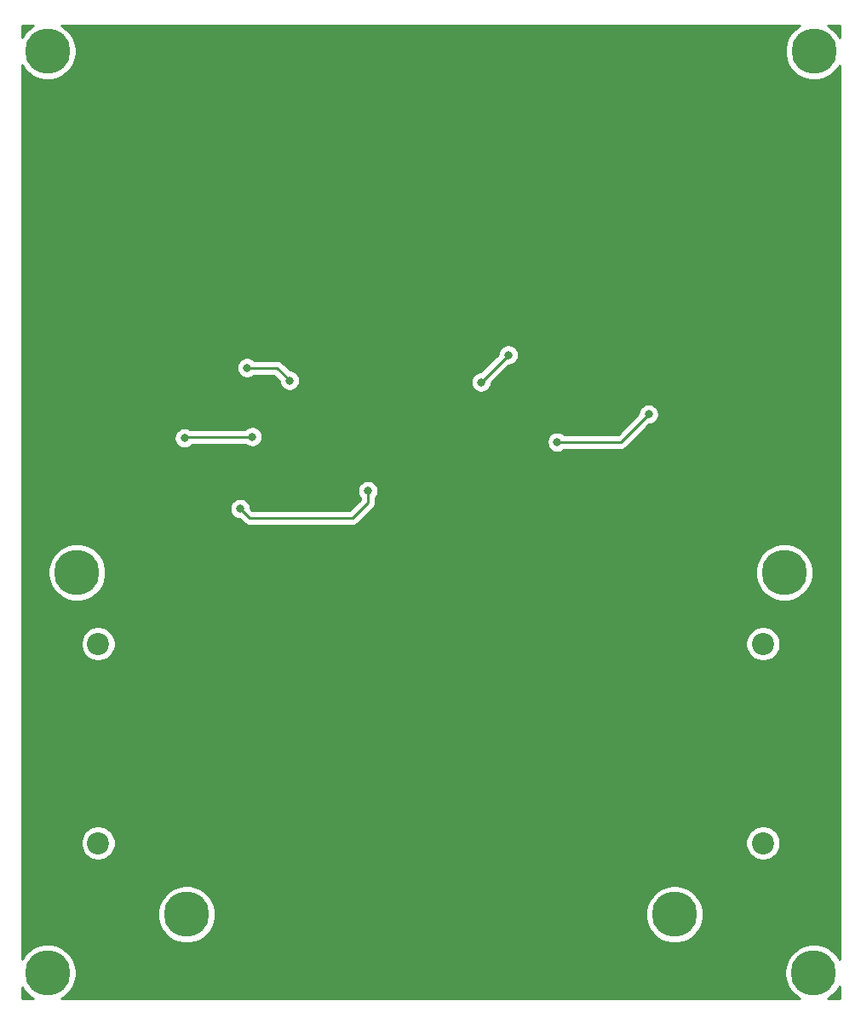
<source format=gbr>
G04 #@! TF.GenerationSoftware,KiCad,Pcbnew,(5.1.2)-2*
G04 #@! TF.CreationDate,2021-11-10T11:21:05-03:00*
G04 #@! TF.ProjectId,MAG_Plus,4d41475f-506c-4757-932e-6b696361645f,rev?*
G04 #@! TF.SameCoordinates,Original*
G04 #@! TF.FileFunction,Copper,L2,Bot*
G04 #@! TF.FilePolarity,Positive*
%FSLAX46Y46*%
G04 Gerber Fmt 4.6, Leading zero omitted, Abs format (unit mm)*
G04 Created by KiCad (PCBNEW (5.1.2)-2) date 2021-11-10 11:21:05*
%MOMM*%
%LPD*%
G04 APERTURE LIST*
%ADD10C,2.200000*%
%ADD11C,4.500000*%
%ADD12C,0.800000*%
%ADD13C,0.250000*%
%ADD14C,0.254000*%
G04 APERTURE END LIST*
D10*
X195950000Y-222900000D03*
X129850000Y-222900000D03*
X195950000Y-203100000D03*
X129850000Y-203100000D03*
D11*
X187150000Y-230000000D03*
X138650000Y-230000000D03*
X198050000Y-196000000D03*
X127750000Y-196000000D03*
X200990000Y-235810000D03*
X124800000Y-235820000D03*
X201000000Y-144210000D03*
X124800000Y-144200000D03*
D12*
X184575000Y-180290000D03*
X175490000Y-183055000D03*
X145170000Y-182520000D03*
X138430000Y-182660000D03*
X156650000Y-187890000D03*
X143950000Y-189670000D03*
X167920000Y-177100000D03*
X170630000Y-174390000D03*
X144650000Y-175670000D03*
X148880000Y-176935000D03*
D13*
X184175001Y-180689999D02*
X184175001Y-180714999D01*
X184575000Y-180290000D02*
X184175001Y-180689999D01*
X184175001Y-180714999D02*
X181835000Y-183055000D01*
X181835000Y-183055000D02*
X175490000Y-183055000D01*
X138570000Y-182520000D02*
X138430000Y-182660000D01*
X145170000Y-182520000D02*
X138570000Y-182520000D01*
X156650000Y-187890000D02*
X156650000Y-188455685D01*
X156650000Y-188455685D02*
X156650000Y-189100000D01*
X156650000Y-189100000D02*
X155160000Y-190590000D01*
X155160000Y-190590000D02*
X144870000Y-190590000D01*
X144870000Y-190590000D02*
X143950000Y-189670000D01*
X167920000Y-177100000D02*
X168319999Y-176700001D01*
X168319999Y-176700001D02*
X170630000Y-174390000D01*
X148880000Y-176920000D02*
X148880000Y-176935000D01*
X147620000Y-175660000D02*
X148880000Y-176920000D01*
X144650000Y-175670000D02*
X144660000Y-175660000D01*
X144660000Y-175660000D02*
X147620000Y-175660000D01*
D14*
G36*
X203540001Y-238340000D02*
G01*
X202396451Y-238340000D01*
X202829080Y-238050926D01*
X203230926Y-237649080D01*
X203540001Y-237186517D01*
X203540001Y-238340000D01*
X203540001Y-238340000D01*
G37*
X203540001Y-238340000D02*
X202396451Y-238340000D01*
X202829080Y-238050926D01*
X203230926Y-237649080D01*
X203540001Y-237186517D01*
X203540001Y-238340000D01*
G36*
X122559074Y-237659080D02*
G01*
X122960920Y-238060926D01*
X123378583Y-238340000D01*
X122260000Y-238340000D01*
X122260000Y-237211484D01*
X122559074Y-237659080D01*
X122559074Y-237659080D01*
G37*
X122559074Y-237659080D02*
X122960920Y-238060926D01*
X123378583Y-238340000D01*
X122260000Y-238340000D01*
X122260000Y-237211484D01*
X122559074Y-237659080D01*
G36*
X199160920Y-141969074D02*
G01*
X198759074Y-142370920D01*
X198443346Y-142843440D01*
X198225869Y-143368477D01*
X198115000Y-143925852D01*
X198115000Y-144494148D01*
X198225869Y-145051523D01*
X198443346Y-145576560D01*
X198759074Y-146049080D01*
X199160920Y-146450926D01*
X199633440Y-146766654D01*
X200158477Y-146984131D01*
X200715852Y-147095000D01*
X201284148Y-147095000D01*
X201841523Y-146984131D01*
X202366560Y-146766654D01*
X202839080Y-146450926D01*
X203240926Y-146049080D01*
X203540000Y-145601484D01*
X203540001Y-234433483D01*
X203230926Y-233970920D01*
X202829080Y-233569074D01*
X202356560Y-233253346D01*
X201831523Y-233035869D01*
X201274148Y-232925000D01*
X200705852Y-232925000D01*
X200148477Y-233035869D01*
X199623440Y-233253346D01*
X199150920Y-233569074D01*
X198749074Y-233970920D01*
X198433346Y-234443440D01*
X198215869Y-234968477D01*
X198105000Y-235525852D01*
X198105000Y-236094148D01*
X198215869Y-236651523D01*
X198433346Y-237176560D01*
X198749074Y-237649080D01*
X199150920Y-238050926D01*
X199583549Y-238340000D01*
X126221417Y-238340000D01*
X126639080Y-238060926D01*
X127040926Y-237659080D01*
X127356654Y-237186560D01*
X127574131Y-236661523D01*
X127685000Y-236104148D01*
X127685000Y-235535852D01*
X127574131Y-234978477D01*
X127356654Y-234453440D01*
X127040926Y-233980920D01*
X126639080Y-233579074D01*
X126166560Y-233263346D01*
X125641523Y-233045869D01*
X125084148Y-232935000D01*
X124515852Y-232935000D01*
X123958477Y-233045869D01*
X123433440Y-233263346D01*
X122960920Y-233579074D01*
X122559074Y-233980920D01*
X122260000Y-234428516D01*
X122260000Y-229715852D01*
X135765000Y-229715852D01*
X135765000Y-230284148D01*
X135875869Y-230841523D01*
X136093346Y-231366560D01*
X136409074Y-231839080D01*
X136810920Y-232240926D01*
X137283440Y-232556654D01*
X137808477Y-232774131D01*
X138365852Y-232885000D01*
X138934148Y-232885000D01*
X139491523Y-232774131D01*
X140016560Y-232556654D01*
X140489080Y-232240926D01*
X140890926Y-231839080D01*
X141206654Y-231366560D01*
X141424131Y-230841523D01*
X141535000Y-230284148D01*
X141535000Y-229715852D01*
X184265000Y-229715852D01*
X184265000Y-230284148D01*
X184375869Y-230841523D01*
X184593346Y-231366560D01*
X184909074Y-231839080D01*
X185310920Y-232240926D01*
X185783440Y-232556654D01*
X186308477Y-232774131D01*
X186865852Y-232885000D01*
X187434148Y-232885000D01*
X187991523Y-232774131D01*
X188516560Y-232556654D01*
X188989080Y-232240926D01*
X189390926Y-231839080D01*
X189706654Y-231366560D01*
X189924131Y-230841523D01*
X190035000Y-230284148D01*
X190035000Y-229715852D01*
X189924131Y-229158477D01*
X189706654Y-228633440D01*
X189390926Y-228160920D01*
X188989080Y-227759074D01*
X188516560Y-227443346D01*
X187991523Y-227225869D01*
X187434148Y-227115000D01*
X186865852Y-227115000D01*
X186308477Y-227225869D01*
X185783440Y-227443346D01*
X185310920Y-227759074D01*
X184909074Y-228160920D01*
X184593346Y-228633440D01*
X184375869Y-229158477D01*
X184265000Y-229715852D01*
X141535000Y-229715852D01*
X141424131Y-229158477D01*
X141206654Y-228633440D01*
X140890926Y-228160920D01*
X140489080Y-227759074D01*
X140016560Y-227443346D01*
X139491523Y-227225869D01*
X138934148Y-227115000D01*
X138365852Y-227115000D01*
X137808477Y-227225869D01*
X137283440Y-227443346D01*
X136810920Y-227759074D01*
X136409074Y-228160920D01*
X136093346Y-228633440D01*
X135875869Y-229158477D01*
X135765000Y-229715852D01*
X122260000Y-229715852D01*
X122260000Y-222729117D01*
X128115000Y-222729117D01*
X128115000Y-223070883D01*
X128181675Y-223406081D01*
X128312463Y-223721831D01*
X128502337Y-224005998D01*
X128744002Y-224247663D01*
X129028169Y-224437537D01*
X129343919Y-224568325D01*
X129679117Y-224635000D01*
X130020883Y-224635000D01*
X130356081Y-224568325D01*
X130671831Y-224437537D01*
X130955998Y-224247663D01*
X131197663Y-224005998D01*
X131387537Y-223721831D01*
X131518325Y-223406081D01*
X131585000Y-223070883D01*
X131585000Y-222729117D01*
X194215000Y-222729117D01*
X194215000Y-223070883D01*
X194281675Y-223406081D01*
X194412463Y-223721831D01*
X194602337Y-224005998D01*
X194844002Y-224247663D01*
X195128169Y-224437537D01*
X195443919Y-224568325D01*
X195779117Y-224635000D01*
X196120883Y-224635000D01*
X196456081Y-224568325D01*
X196771831Y-224437537D01*
X197055998Y-224247663D01*
X197297663Y-224005998D01*
X197487537Y-223721831D01*
X197618325Y-223406081D01*
X197685000Y-223070883D01*
X197685000Y-222729117D01*
X197618325Y-222393919D01*
X197487537Y-222078169D01*
X197297663Y-221794002D01*
X197055998Y-221552337D01*
X196771831Y-221362463D01*
X196456081Y-221231675D01*
X196120883Y-221165000D01*
X195779117Y-221165000D01*
X195443919Y-221231675D01*
X195128169Y-221362463D01*
X194844002Y-221552337D01*
X194602337Y-221794002D01*
X194412463Y-222078169D01*
X194281675Y-222393919D01*
X194215000Y-222729117D01*
X131585000Y-222729117D01*
X131518325Y-222393919D01*
X131387537Y-222078169D01*
X131197663Y-221794002D01*
X130955998Y-221552337D01*
X130671831Y-221362463D01*
X130356081Y-221231675D01*
X130020883Y-221165000D01*
X129679117Y-221165000D01*
X129343919Y-221231675D01*
X129028169Y-221362463D01*
X128744002Y-221552337D01*
X128502337Y-221794002D01*
X128312463Y-222078169D01*
X128181675Y-222393919D01*
X128115000Y-222729117D01*
X122260000Y-222729117D01*
X122260000Y-202929117D01*
X128115000Y-202929117D01*
X128115000Y-203270883D01*
X128181675Y-203606081D01*
X128312463Y-203921831D01*
X128502337Y-204205998D01*
X128744002Y-204447663D01*
X129028169Y-204637537D01*
X129343919Y-204768325D01*
X129679117Y-204835000D01*
X130020883Y-204835000D01*
X130356081Y-204768325D01*
X130671831Y-204637537D01*
X130955998Y-204447663D01*
X131197663Y-204205998D01*
X131387537Y-203921831D01*
X131518325Y-203606081D01*
X131585000Y-203270883D01*
X131585000Y-202929117D01*
X194215000Y-202929117D01*
X194215000Y-203270883D01*
X194281675Y-203606081D01*
X194412463Y-203921831D01*
X194602337Y-204205998D01*
X194844002Y-204447663D01*
X195128169Y-204637537D01*
X195443919Y-204768325D01*
X195779117Y-204835000D01*
X196120883Y-204835000D01*
X196456081Y-204768325D01*
X196771831Y-204637537D01*
X197055998Y-204447663D01*
X197297663Y-204205998D01*
X197487537Y-203921831D01*
X197618325Y-203606081D01*
X197685000Y-203270883D01*
X197685000Y-202929117D01*
X197618325Y-202593919D01*
X197487537Y-202278169D01*
X197297663Y-201994002D01*
X197055998Y-201752337D01*
X196771831Y-201562463D01*
X196456081Y-201431675D01*
X196120883Y-201365000D01*
X195779117Y-201365000D01*
X195443919Y-201431675D01*
X195128169Y-201562463D01*
X194844002Y-201752337D01*
X194602337Y-201994002D01*
X194412463Y-202278169D01*
X194281675Y-202593919D01*
X194215000Y-202929117D01*
X131585000Y-202929117D01*
X131518325Y-202593919D01*
X131387537Y-202278169D01*
X131197663Y-201994002D01*
X130955998Y-201752337D01*
X130671831Y-201562463D01*
X130356081Y-201431675D01*
X130020883Y-201365000D01*
X129679117Y-201365000D01*
X129343919Y-201431675D01*
X129028169Y-201562463D01*
X128744002Y-201752337D01*
X128502337Y-201994002D01*
X128312463Y-202278169D01*
X128181675Y-202593919D01*
X128115000Y-202929117D01*
X122260000Y-202929117D01*
X122260000Y-195715852D01*
X124865000Y-195715852D01*
X124865000Y-196284148D01*
X124975869Y-196841523D01*
X125193346Y-197366560D01*
X125509074Y-197839080D01*
X125910920Y-198240926D01*
X126383440Y-198556654D01*
X126908477Y-198774131D01*
X127465852Y-198885000D01*
X128034148Y-198885000D01*
X128591523Y-198774131D01*
X129116560Y-198556654D01*
X129589080Y-198240926D01*
X129990926Y-197839080D01*
X130306654Y-197366560D01*
X130524131Y-196841523D01*
X130635000Y-196284148D01*
X130635000Y-195715852D01*
X195165000Y-195715852D01*
X195165000Y-196284148D01*
X195275869Y-196841523D01*
X195493346Y-197366560D01*
X195809074Y-197839080D01*
X196210920Y-198240926D01*
X196683440Y-198556654D01*
X197208477Y-198774131D01*
X197765852Y-198885000D01*
X198334148Y-198885000D01*
X198891523Y-198774131D01*
X199416560Y-198556654D01*
X199889080Y-198240926D01*
X200290926Y-197839080D01*
X200606654Y-197366560D01*
X200824131Y-196841523D01*
X200935000Y-196284148D01*
X200935000Y-195715852D01*
X200824131Y-195158477D01*
X200606654Y-194633440D01*
X200290926Y-194160920D01*
X199889080Y-193759074D01*
X199416560Y-193443346D01*
X198891523Y-193225869D01*
X198334148Y-193115000D01*
X197765852Y-193115000D01*
X197208477Y-193225869D01*
X196683440Y-193443346D01*
X196210920Y-193759074D01*
X195809074Y-194160920D01*
X195493346Y-194633440D01*
X195275869Y-195158477D01*
X195165000Y-195715852D01*
X130635000Y-195715852D01*
X130524131Y-195158477D01*
X130306654Y-194633440D01*
X129990926Y-194160920D01*
X129589080Y-193759074D01*
X129116560Y-193443346D01*
X128591523Y-193225869D01*
X128034148Y-193115000D01*
X127465852Y-193115000D01*
X126908477Y-193225869D01*
X126383440Y-193443346D01*
X125910920Y-193759074D01*
X125509074Y-194160920D01*
X125193346Y-194633440D01*
X124975869Y-195158477D01*
X124865000Y-195715852D01*
X122260000Y-195715852D01*
X122260000Y-189568061D01*
X142915000Y-189568061D01*
X142915000Y-189771939D01*
X142954774Y-189971898D01*
X143032795Y-190160256D01*
X143146063Y-190329774D01*
X143290226Y-190473937D01*
X143459744Y-190587205D01*
X143648102Y-190665226D01*
X143848061Y-190705000D01*
X143910198Y-190705000D01*
X144306205Y-191101008D01*
X144329999Y-191130001D01*
X144358992Y-191153795D01*
X144358996Y-191153799D01*
X144429685Y-191211811D01*
X144445724Y-191224974D01*
X144577753Y-191295546D01*
X144721014Y-191339003D01*
X144832667Y-191350000D01*
X144832676Y-191350000D01*
X144869999Y-191353676D01*
X144907322Y-191350000D01*
X155122678Y-191350000D01*
X155160000Y-191353676D01*
X155197322Y-191350000D01*
X155197333Y-191350000D01*
X155308986Y-191339003D01*
X155452247Y-191295546D01*
X155584276Y-191224974D01*
X155700001Y-191130001D01*
X155723804Y-191100997D01*
X157161003Y-189663799D01*
X157190001Y-189640001D01*
X157284974Y-189524276D01*
X157355546Y-189392247D01*
X157399003Y-189248986D01*
X157410000Y-189137333D01*
X157410000Y-189137324D01*
X157413676Y-189100001D01*
X157410000Y-189062678D01*
X157410000Y-188593711D01*
X157453937Y-188549774D01*
X157567205Y-188380256D01*
X157645226Y-188191898D01*
X157685000Y-187991939D01*
X157685000Y-187788061D01*
X157645226Y-187588102D01*
X157567205Y-187399744D01*
X157453937Y-187230226D01*
X157309774Y-187086063D01*
X157140256Y-186972795D01*
X156951898Y-186894774D01*
X156751939Y-186855000D01*
X156548061Y-186855000D01*
X156348102Y-186894774D01*
X156159744Y-186972795D01*
X155990226Y-187086063D01*
X155846063Y-187230226D01*
X155732795Y-187399744D01*
X155654774Y-187588102D01*
X155615000Y-187788061D01*
X155615000Y-187991939D01*
X155654774Y-188191898D01*
X155732795Y-188380256D01*
X155846063Y-188549774D01*
X155890000Y-188593711D01*
X155890000Y-188785198D01*
X154845199Y-189830000D01*
X145184802Y-189830000D01*
X144985000Y-189630198D01*
X144985000Y-189568061D01*
X144945226Y-189368102D01*
X144867205Y-189179744D01*
X144753937Y-189010226D01*
X144609774Y-188866063D01*
X144440256Y-188752795D01*
X144251898Y-188674774D01*
X144051939Y-188635000D01*
X143848061Y-188635000D01*
X143648102Y-188674774D01*
X143459744Y-188752795D01*
X143290226Y-188866063D01*
X143146063Y-189010226D01*
X143032795Y-189179744D01*
X142954774Y-189368102D01*
X142915000Y-189568061D01*
X122260000Y-189568061D01*
X122260000Y-182558061D01*
X137395000Y-182558061D01*
X137395000Y-182761939D01*
X137434774Y-182961898D01*
X137512795Y-183150256D01*
X137626063Y-183319774D01*
X137770226Y-183463937D01*
X137939744Y-183577205D01*
X138128102Y-183655226D01*
X138328061Y-183695000D01*
X138531939Y-183695000D01*
X138731898Y-183655226D01*
X138920256Y-183577205D01*
X139089774Y-183463937D01*
X139233937Y-183319774D01*
X139260513Y-183280000D01*
X144466289Y-183280000D01*
X144510226Y-183323937D01*
X144679744Y-183437205D01*
X144868102Y-183515226D01*
X145068061Y-183555000D01*
X145271939Y-183555000D01*
X145471898Y-183515226D01*
X145660256Y-183437205D01*
X145829774Y-183323937D01*
X145973937Y-183179774D01*
X146087205Y-183010256D01*
X146110896Y-182953061D01*
X174455000Y-182953061D01*
X174455000Y-183156939D01*
X174494774Y-183356898D01*
X174572795Y-183545256D01*
X174686063Y-183714774D01*
X174830226Y-183858937D01*
X174999744Y-183972205D01*
X175188102Y-184050226D01*
X175388061Y-184090000D01*
X175591939Y-184090000D01*
X175791898Y-184050226D01*
X175980256Y-183972205D01*
X176149774Y-183858937D01*
X176193711Y-183815000D01*
X181797678Y-183815000D01*
X181835000Y-183818676D01*
X181872322Y-183815000D01*
X181872333Y-183815000D01*
X181983986Y-183804003D01*
X182127247Y-183760546D01*
X182259276Y-183689974D01*
X182375001Y-183595001D01*
X182398804Y-183565997D01*
X184639802Y-181325000D01*
X184676939Y-181325000D01*
X184876898Y-181285226D01*
X185065256Y-181207205D01*
X185234774Y-181093937D01*
X185378937Y-180949774D01*
X185492205Y-180780256D01*
X185570226Y-180591898D01*
X185610000Y-180391939D01*
X185610000Y-180188061D01*
X185570226Y-179988102D01*
X185492205Y-179799744D01*
X185378937Y-179630226D01*
X185234774Y-179486063D01*
X185065256Y-179372795D01*
X184876898Y-179294774D01*
X184676939Y-179255000D01*
X184473061Y-179255000D01*
X184273102Y-179294774D01*
X184084744Y-179372795D01*
X183915226Y-179486063D01*
X183771063Y-179630226D01*
X183657795Y-179799744D01*
X183579774Y-179988102D01*
X183540000Y-180188061D01*
X183540000Y-180265774D01*
X183529178Y-180286020D01*
X181520199Y-182295000D01*
X176193711Y-182295000D01*
X176149774Y-182251063D01*
X175980256Y-182137795D01*
X175791898Y-182059774D01*
X175591939Y-182020000D01*
X175388061Y-182020000D01*
X175188102Y-182059774D01*
X174999744Y-182137795D01*
X174830226Y-182251063D01*
X174686063Y-182395226D01*
X174572795Y-182564744D01*
X174494774Y-182753102D01*
X174455000Y-182953061D01*
X146110896Y-182953061D01*
X146165226Y-182821898D01*
X146205000Y-182621939D01*
X146205000Y-182418061D01*
X146165226Y-182218102D01*
X146087205Y-182029744D01*
X145973937Y-181860226D01*
X145829774Y-181716063D01*
X145660256Y-181602795D01*
X145471898Y-181524774D01*
X145271939Y-181485000D01*
X145068061Y-181485000D01*
X144868102Y-181524774D01*
X144679744Y-181602795D01*
X144510226Y-181716063D01*
X144466289Y-181760000D01*
X138946005Y-181760000D01*
X138920256Y-181742795D01*
X138731898Y-181664774D01*
X138531939Y-181625000D01*
X138328061Y-181625000D01*
X138128102Y-181664774D01*
X137939744Y-181742795D01*
X137770226Y-181856063D01*
X137626063Y-182000226D01*
X137512795Y-182169744D01*
X137434774Y-182358102D01*
X137395000Y-182558061D01*
X122260000Y-182558061D01*
X122260000Y-175568061D01*
X143615000Y-175568061D01*
X143615000Y-175771939D01*
X143654774Y-175971898D01*
X143732795Y-176160256D01*
X143846063Y-176329774D01*
X143990226Y-176473937D01*
X144159744Y-176587205D01*
X144348102Y-176665226D01*
X144548061Y-176705000D01*
X144751939Y-176705000D01*
X144951898Y-176665226D01*
X145140256Y-176587205D01*
X145309774Y-176473937D01*
X145363711Y-176420000D01*
X147305199Y-176420000D01*
X147845000Y-176959802D01*
X147845000Y-177036939D01*
X147884774Y-177236898D01*
X147962795Y-177425256D01*
X148076063Y-177594774D01*
X148220226Y-177738937D01*
X148389744Y-177852205D01*
X148578102Y-177930226D01*
X148778061Y-177970000D01*
X148981939Y-177970000D01*
X149181898Y-177930226D01*
X149370256Y-177852205D01*
X149539774Y-177738937D01*
X149683937Y-177594774D01*
X149797205Y-177425256D01*
X149875226Y-177236898D01*
X149915000Y-177036939D01*
X149915000Y-176998061D01*
X166885000Y-176998061D01*
X166885000Y-177201939D01*
X166924774Y-177401898D01*
X167002795Y-177590256D01*
X167116063Y-177759774D01*
X167260226Y-177903937D01*
X167429744Y-178017205D01*
X167618102Y-178095226D01*
X167818061Y-178135000D01*
X168021939Y-178135000D01*
X168221898Y-178095226D01*
X168410256Y-178017205D01*
X168579774Y-177903937D01*
X168723937Y-177759774D01*
X168837205Y-177590256D01*
X168915226Y-177401898D01*
X168955000Y-177201939D01*
X168955000Y-177139801D01*
X170669802Y-175425000D01*
X170731939Y-175425000D01*
X170931898Y-175385226D01*
X171120256Y-175307205D01*
X171289774Y-175193937D01*
X171433937Y-175049774D01*
X171547205Y-174880256D01*
X171625226Y-174691898D01*
X171665000Y-174491939D01*
X171665000Y-174288061D01*
X171625226Y-174088102D01*
X171547205Y-173899744D01*
X171433937Y-173730226D01*
X171289774Y-173586063D01*
X171120256Y-173472795D01*
X170931898Y-173394774D01*
X170731939Y-173355000D01*
X170528061Y-173355000D01*
X170328102Y-173394774D01*
X170139744Y-173472795D01*
X169970226Y-173586063D01*
X169826063Y-173730226D01*
X169712795Y-173899744D01*
X169634774Y-174088102D01*
X169595000Y-174288061D01*
X169595000Y-174350198D01*
X167880199Y-176065000D01*
X167818061Y-176065000D01*
X167618102Y-176104774D01*
X167429744Y-176182795D01*
X167260226Y-176296063D01*
X167116063Y-176440226D01*
X167002795Y-176609744D01*
X166924774Y-176798102D01*
X166885000Y-176998061D01*
X149915000Y-176998061D01*
X149915000Y-176833061D01*
X149875226Y-176633102D01*
X149797205Y-176444744D01*
X149683937Y-176275226D01*
X149539774Y-176131063D01*
X149370256Y-176017795D01*
X149181898Y-175939774D01*
X148981939Y-175900000D01*
X148934802Y-175900000D01*
X148183804Y-175149003D01*
X148160001Y-175119999D01*
X148044276Y-175025026D01*
X147912247Y-174954454D01*
X147768986Y-174910997D01*
X147657333Y-174900000D01*
X147657322Y-174900000D01*
X147620000Y-174896324D01*
X147582678Y-174900000D01*
X145343711Y-174900000D01*
X145309774Y-174866063D01*
X145140256Y-174752795D01*
X144951898Y-174674774D01*
X144751939Y-174635000D01*
X144548061Y-174635000D01*
X144348102Y-174674774D01*
X144159744Y-174752795D01*
X143990226Y-174866063D01*
X143846063Y-175010226D01*
X143732795Y-175179744D01*
X143654774Y-175368102D01*
X143615000Y-175568061D01*
X122260000Y-175568061D01*
X122260000Y-145591484D01*
X122559074Y-146039080D01*
X122960920Y-146440926D01*
X123433440Y-146756654D01*
X123958477Y-146974131D01*
X124515852Y-147085000D01*
X125084148Y-147085000D01*
X125641523Y-146974131D01*
X126166560Y-146756654D01*
X126639080Y-146440926D01*
X127040926Y-146039080D01*
X127356654Y-145566560D01*
X127574131Y-145041523D01*
X127685000Y-144484148D01*
X127685000Y-143915852D01*
X127574131Y-143358477D01*
X127356654Y-142833440D01*
X127040926Y-142360920D01*
X126639080Y-141959074D01*
X126191484Y-141660000D01*
X199623482Y-141660000D01*
X199160920Y-141969074D01*
X199160920Y-141969074D01*
G37*
X199160920Y-141969074D02*
X198759074Y-142370920D01*
X198443346Y-142843440D01*
X198225869Y-143368477D01*
X198115000Y-143925852D01*
X198115000Y-144494148D01*
X198225869Y-145051523D01*
X198443346Y-145576560D01*
X198759074Y-146049080D01*
X199160920Y-146450926D01*
X199633440Y-146766654D01*
X200158477Y-146984131D01*
X200715852Y-147095000D01*
X201284148Y-147095000D01*
X201841523Y-146984131D01*
X202366560Y-146766654D01*
X202839080Y-146450926D01*
X203240926Y-146049080D01*
X203540000Y-145601484D01*
X203540001Y-234433483D01*
X203230926Y-233970920D01*
X202829080Y-233569074D01*
X202356560Y-233253346D01*
X201831523Y-233035869D01*
X201274148Y-232925000D01*
X200705852Y-232925000D01*
X200148477Y-233035869D01*
X199623440Y-233253346D01*
X199150920Y-233569074D01*
X198749074Y-233970920D01*
X198433346Y-234443440D01*
X198215869Y-234968477D01*
X198105000Y-235525852D01*
X198105000Y-236094148D01*
X198215869Y-236651523D01*
X198433346Y-237176560D01*
X198749074Y-237649080D01*
X199150920Y-238050926D01*
X199583549Y-238340000D01*
X126221417Y-238340000D01*
X126639080Y-238060926D01*
X127040926Y-237659080D01*
X127356654Y-237186560D01*
X127574131Y-236661523D01*
X127685000Y-236104148D01*
X127685000Y-235535852D01*
X127574131Y-234978477D01*
X127356654Y-234453440D01*
X127040926Y-233980920D01*
X126639080Y-233579074D01*
X126166560Y-233263346D01*
X125641523Y-233045869D01*
X125084148Y-232935000D01*
X124515852Y-232935000D01*
X123958477Y-233045869D01*
X123433440Y-233263346D01*
X122960920Y-233579074D01*
X122559074Y-233980920D01*
X122260000Y-234428516D01*
X122260000Y-229715852D01*
X135765000Y-229715852D01*
X135765000Y-230284148D01*
X135875869Y-230841523D01*
X136093346Y-231366560D01*
X136409074Y-231839080D01*
X136810920Y-232240926D01*
X137283440Y-232556654D01*
X137808477Y-232774131D01*
X138365852Y-232885000D01*
X138934148Y-232885000D01*
X139491523Y-232774131D01*
X140016560Y-232556654D01*
X140489080Y-232240926D01*
X140890926Y-231839080D01*
X141206654Y-231366560D01*
X141424131Y-230841523D01*
X141535000Y-230284148D01*
X141535000Y-229715852D01*
X184265000Y-229715852D01*
X184265000Y-230284148D01*
X184375869Y-230841523D01*
X184593346Y-231366560D01*
X184909074Y-231839080D01*
X185310920Y-232240926D01*
X185783440Y-232556654D01*
X186308477Y-232774131D01*
X186865852Y-232885000D01*
X187434148Y-232885000D01*
X187991523Y-232774131D01*
X188516560Y-232556654D01*
X188989080Y-232240926D01*
X189390926Y-231839080D01*
X189706654Y-231366560D01*
X189924131Y-230841523D01*
X190035000Y-230284148D01*
X190035000Y-229715852D01*
X189924131Y-229158477D01*
X189706654Y-228633440D01*
X189390926Y-228160920D01*
X188989080Y-227759074D01*
X188516560Y-227443346D01*
X187991523Y-227225869D01*
X187434148Y-227115000D01*
X186865852Y-227115000D01*
X186308477Y-227225869D01*
X185783440Y-227443346D01*
X185310920Y-227759074D01*
X184909074Y-228160920D01*
X184593346Y-228633440D01*
X184375869Y-229158477D01*
X184265000Y-229715852D01*
X141535000Y-229715852D01*
X141424131Y-229158477D01*
X141206654Y-228633440D01*
X140890926Y-228160920D01*
X140489080Y-227759074D01*
X140016560Y-227443346D01*
X139491523Y-227225869D01*
X138934148Y-227115000D01*
X138365852Y-227115000D01*
X137808477Y-227225869D01*
X137283440Y-227443346D01*
X136810920Y-227759074D01*
X136409074Y-228160920D01*
X136093346Y-228633440D01*
X135875869Y-229158477D01*
X135765000Y-229715852D01*
X122260000Y-229715852D01*
X122260000Y-222729117D01*
X128115000Y-222729117D01*
X128115000Y-223070883D01*
X128181675Y-223406081D01*
X128312463Y-223721831D01*
X128502337Y-224005998D01*
X128744002Y-224247663D01*
X129028169Y-224437537D01*
X129343919Y-224568325D01*
X129679117Y-224635000D01*
X130020883Y-224635000D01*
X130356081Y-224568325D01*
X130671831Y-224437537D01*
X130955998Y-224247663D01*
X131197663Y-224005998D01*
X131387537Y-223721831D01*
X131518325Y-223406081D01*
X131585000Y-223070883D01*
X131585000Y-222729117D01*
X194215000Y-222729117D01*
X194215000Y-223070883D01*
X194281675Y-223406081D01*
X194412463Y-223721831D01*
X194602337Y-224005998D01*
X194844002Y-224247663D01*
X195128169Y-224437537D01*
X195443919Y-224568325D01*
X195779117Y-224635000D01*
X196120883Y-224635000D01*
X196456081Y-224568325D01*
X196771831Y-224437537D01*
X197055998Y-224247663D01*
X197297663Y-224005998D01*
X197487537Y-223721831D01*
X197618325Y-223406081D01*
X197685000Y-223070883D01*
X197685000Y-222729117D01*
X197618325Y-222393919D01*
X197487537Y-222078169D01*
X197297663Y-221794002D01*
X197055998Y-221552337D01*
X196771831Y-221362463D01*
X196456081Y-221231675D01*
X196120883Y-221165000D01*
X195779117Y-221165000D01*
X195443919Y-221231675D01*
X195128169Y-221362463D01*
X194844002Y-221552337D01*
X194602337Y-221794002D01*
X194412463Y-222078169D01*
X194281675Y-222393919D01*
X194215000Y-222729117D01*
X131585000Y-222729117D01*
X131518325Y-222393919D01*
X131387537Y-222078169D01*
X131197663Y-221794002D01*
X130955998Y-221552337D01*
X130671831Y-221362463D01*
X130356081Y-221231675D01*
X130020883Y-221165000D01*
X129679117Y-221165000D01*
X129343919Y-221231675D01*
X129028169Y-221362463D01*
X128744002Y-221552337D01*
X128502337Y-221794002D01*
X128312463Y-222078169D01*
X128181675Y-222393919D01*
X128115000Y-222729117D01*
X122260000Y-222729117D01*
X122260000Y-202929117D01*
X128115000Y-202929117D01*
X128115000Y-203270883D01*
X128181675Y-203606081D01*
X128312463Y-203921831D01*
X128502337Y-204205998D01*
X128744002Y-204447663D01*
X129028169Y-204637537D01*
X129343919Y-204768325D01*
X129679117Y-204835000D01*
X130020883Y-204835000D01*
X130356081Y-204768325D01*
X130671831Y-204637537D01*
X130955998Y-204447663D01*
X131197663Y-204205998D01*
X131387537Y-203921831D01*
X131518325Y-203606081D01*
X131585000Y-203270883D01*
X131585000Y-202929117D01*
X194215000Y-202929117D01*
X194215000Y-203270883D01*
X194281675Y-203606081D01*
X194412463Y-203921831D01*
X194602337Y-204205998D01*
X194844002Y-204447663D01*
X195128169Y-204637537D01*
X195443919Y-204768325D01*
X195779117Y-204835000D01*
X196120883Y-204835000D01*
X196456081Y-204768325D01*
X196771831Y-204637537D01*
X197055998Y-204447663D01*
X197297663Y-204205998D01*
X197487537Y-203921831D01*
X197618325Y-203606081D01*
X197685000Y-203270883D01*
X197685000Y-202929117D01*
X197618325Y-202593919D01*
X197487537Y-202278169D01*
X197297663Y-201994002D01*
X197055998Y-201752337D01*
X196771831Y-201562463D01*
X196456081Y-201431675D01*
X196120883Y-201365000D01*
X195779117Y-201365000D01*
X195443919Y-201431675D01*
X195128169Y-201562463D01*
X194844002Y-201752337D01*
X194602337Y-201994002D01*
X194412463Y-202278169D01*
X194281675Y-202593919D01*
X194215000Y-202929117D01*
X131585000Y-202929117D01*
X131518325Y-202593919D01*
X131387537Y-202278169D01*
X131197663Y-201994002D01*
X130955998Y-201752337D01*
X130671831Y-201562463D01*
X130356081Y-201431675D01*
X130020883Y-201365000D01*
X129679117Y-201365000D01*
X129343919Y-201431675D01*
X129028169Y-201562463D01*
X128744002Y-201752337D01*
X128502337Y-201994002D01*
X128312463Y-202278169D01*
X128181675Y-202593919D01*
X128115000Y-202929117D01*
X122260000Y-202929117D01*
X122260000Y-195715852D01*
X124865000Y-195715852D01*
X124865000Y-196284148D01*
X124975869Y-196841523D01*
X125193346Y-197366560D01*
X125509074Y-197839080D01*
X125910920Y-198240926D01*
X126383440Y-198556654D01*
X126908477Y-198774131D01*
X127465852Y-198885000D01*
X128034148Y-198885000D01*
X128591523Y-198774131D01*
X129116560Y-198556654D01*
X129589080Y-198240926D01*
X129990926Y-197839080D01*
X130306654Y-197366560D01*
X130524131Y-196841523D01*
X130635000Y-196284148D01*
X130635000Y-195715852D01*
X195165000Y-195715852D01*
X195165000Y-196284148D01*
X195275869Y-196841523D01*
X195493346Y-197366560D01*
X195809074Y-197839080D01*
X196210920Y-198240926D01*
X196683440Y-198556654D01*
X197208477Y-198774131D01*
X197765852Y-198885000D01*
X198334148Y-198885000D01*
X198891523Y-198774131D01*
X199416560Y-198556654D01*
X199889080Y-198240926D01*
X200290926Y-197839080D01*
X200606654Y-197366560D01*
X200824131Y-196841523D01*
X200935000Y-196284148D01*
X200935000Y-195715852D01*
X200824131Y-195158477D01*
X200606654Y-194633440D01*
X200290926Y-194160920D01*
X199889080Y-193759074D01*
X199416560Y-193443346D01*
X198891523Y-193225869D01*
X198334148Y-193115000D01*
X197765852Y-193115000D01*
X197208477Y-193225869D01*
X196683440Y-193443346D01*
X196210920Y-193759074D01*
X195809074Y-194160920D01*
X195493346Y-194633440D01*
X195275869Y-195158477D01*
X195165000Y-195715852D01*
X130635000Y-195715852D01*
X130524131Y-195158477D01*
X130306654Y-194633440D01*
X129990926Y-194160920D01*
X129589080Y-193759074D01*
X129116560Y-193443346D01*
X128591523Y-193225869D01*
X128034148Y-193115000D01*
X127465852Y-193115000D01*
X126908477Y-193225869D01*
X126383440Y-193443346D01*
X125910920Y-193759074D01*
X125509074Y-194160920D01*
X125193346Y-194633440D01*
X124975869Y-195158477D01*
X124865000Y-195715852D01*
X122260000Y-195715852D01*
X122260000Y-189568061D01*
X142915000Y-189568061D01*
X142915000Y-189771939D01*
X142954774Y-189971898D01*
X143032795Y-190160256D01*
X143146063Y-190329774D01*
X143290226Y-190473937D01*
X143459744Y-190587205D01*
X143648102Y-190665226D01*
X143848061Y-190705000D01*
X143910198Y-190705000D01*
X144306205Y-191101008D01*
X144329999Y-191130001D01*
X144358992Y-191153795D01*
X144358996Y-191153799D01*
X144429685Y-191211811D01*
X144445724Y-191224974D01*
X144577753Y-191295546D01*
X144721014Y-191339003D01*
X144832667Y-191350000D01*
X144832676Y-191350000D01*
X144869999Y-191353676D01*
X144907322Y-191350000D01*
X155122678Y-191350000D01*
X155160000Y-191353676D01*
X155197322Y-191350000D01*
X155197333Y-191350000D01*
X155308986Y-191339003D01*
X155452247Y-191295546D01*
X155584276Y-191224974D01*
X155700001Y-191130001D01*
X155723804Y-191100997D01*
X157161003Y-189663799D01*
X157190001Y-189640001D01*
X157284974Y-189524276D01*
X157355546Y-189392247D01*
X157399003Y-189248986D01*
X157410000Y-189137333D01*
X157410000Y-189137324D01*
X157413676Y-189100001D01*
X157410000Y-189062678D01*
X157410000Y-188593711D01*
X157453937Y-188549774D01*
X157567205Y-188380256D01*
X157645226Y-188191898D01*
X157685000Y-187991939D01*
X157685000Y-187788061D01*
X157645226Y-187588102D01*
X157567205Y-187399744D01*
X157453937Y-187230226D01*
X157309774Y-187086063D01*
X157140256Y-186972795D01*
X156951898Y-186894774D01*
X156751939Y-186855000D01*
X156548061Y-186855000D01*
X156348102Y-186894774D01*
X156159744Y-186972795D01*
X155990226Y-187086063D01*
X155846063Y-187230226D01*
X155732795Y-187399744D01*
X155654774Y-187588102D01*
X155615000Y-187788061D01*
X155615000Y-187991939D01*
X155654774Y-188191898D01*
X155732795Y-188380256D01*
X155846063Y-188549774D01*
X155890000Y-188593711D01*
X155890000Y-188785198D01*
X154845199Y-189830000D01*
X145184802Y-189830000D01*
X144985000Y-189630198D01*
X144985000Y-189568061D01*
X144945226Y-189368102D01*
X144867205Y-189179744D01*
X144753937Y-189010226D01*
X144609774Y-188866063D01*
X144440256Y-188752795D01*
X144251898Y-188674774D01*
X144051939Y-188635000D01*
X143848061Y-188635000D01*
X143648102Y-188674774D01*
X143459744Y-188752795D01*
X143290226Y-188866063D01*
X143146063Y-189010226D01*
X143032795Y-189179744D01*
X142954774Y-189368102D01*
X142915000Y-189568061D01*
X122260000Y-189568061D01*
X122260000Y-182558061D01*
X137395000Y-182558061D01*
X137395000Y-182761939D01*
X137434774Y-182961898D01*
X137512795Y-183150256D01*
X137626063Y-183319774D01*
X137770226Y-183463937D01*
X137939744Y-183577205D01*
X138128102Y-183655226D01*
X138328061Y-183695000D01*
X138531939Y-183695000D01*
X138731898Y-183655226D01*
X138920256Y-183577205D01*
X139089774Y-183463937D01*
X139233937Y-183319774D01*
X139260513Y-183280000D01*
X144466289Y-183280000D01*
X144510226Y-183323937D01*
X144679744Y-183437205D01*
X144868102Y-183515226D01*
X145068061Y-183555000D01*
X145271939Y-183555000D01*
X145471898Y-183515226D01*
X145660256Y-183437205D01*
X145829774Y-183323937D01*
X145973937Y-183179774D01*
X146087205Y-183010256D01*
X146110896Y-182953061D01*
X174455000Y-182953061D01*
X174455000Y-183156939D01*
X174494774Y-183356898D01*
X174572795Y-183545256D01*
X174686063Y-183714774D01*
X174830226Y-183858937D01*
X174999744Y-183972205D01*
X175188102Y-184050226D01*
X175388061Y-184090000D01*
X175591939Y-184090000D01*
X175791898Y-184050226D01*
X175980256Y-183972205D01*
X176149774Y-183858937D01*
X176193711Y-183815000D01*
X181797678Y-183815000D01*
X181835000Y-183818676D01*
X181872322Y-183815000D01*
X181872333Y-183815000D01*
X181983986Y-183804003D01*
X182127247Y-183760546D01*
X182259276Y-183689974D01*
X182375001Y-183595001D01*
X182398804Y-183565997D01*
X184639802Y-181325000D01*
X184676939Y-181325000D01*
X184876898Y-181285226D01*
X185065256Y-181207205D01*
X185234774Y-181093937D01*
X185378937Y-180949774D01*
X185492205Y-180780256D01*
X185570226Y-180591898D01*
X185610000Y-180391939D01*
X185610000Y-180188061D01*
X185570226Y-179988102D01*
X185492205Y-179799744D01*
X185378937Y-179630226D01*
X185234774Y-179486063D01*
X185065256Y-179372795D01*
X184876898Y-179294774D01*
X184676939Y-179255000D01*
X184473061Y-179255000D01*
X184273102Y-179294774D01*
X184084744Y-179372795D01*
X183915226Y-179486063D01*
X183771063Y-179630226D01*
X183657795Y-179799744D01*
X183579774Y-179988102D01*
X183540000Y-180188061D01*
X183540000Y-180265774D01*
X183529178Y-180286020D01*
X181520199Y-182295000D01*
X176193711Y-182295000D01*
X176149774Y-182251063D01*
X175980256Y-182137795D01*
X175791898Y-182059774D01*
X175591939Y-182020000D01*
X175388061Y-182020000D01*
X175188102Y-182059774D01*
X174999744Y-182137795D01*
X174830226Y-182251063D01*
X174686063Y-182395226D01*
X174572795Y-182564744D01*
X174494774Y-182753102D01*
X174455000Y-182953061D01*
X146110896Y-182953061D01*
X146165226Y-182821898D01*
X146205000Y-182621939D01*
X146205000Y-182418061D01*
X146165226Y-182218102D01*
X146087205Y-182029744D01*
X145973937Y-181860226D01*
X145829774Y-181716063D01*
X145660256Y-181602795D01*
X145471898Y-181524774D01*
X145271939Y-181485000D01*
X145068061Y-181485000D01*
X144868102Y-181524774D01*
X144679744Y-181602795D01*
X144510226Y-181716063D01*
X144466289Y-181760000D01*
X138946005Y-181760000D01*
X138920256Y-181742795D01*
X138731898Y-181664774D01*
X138531939Y-181625000D01*
X138328061Y-181625000D01*
X138128102Y-181664774D01*
X137939744Y-181742795D01*
X137770226Y-181856063D01*
X137626063Y-182000226D01*
X137512795Y-182169744D01*
X137434774Y-182358102D01*
X137395000Y-182558061D01*
X122260000Y-182558061D01*
X122260000Y-175568061D01*
X143615000Y-175568061D01*
X143615000Y-175771939D01*
X143654774Y-175971898D01*
X143732795Y-176160256D01*
X143846063Y-176329774D01*
X143990226Y-176473937D01*
X144159744Y-176587205D01*
X144348102Y-176665226D01*
X144548061Y-176705000D01*
X144751939Y-176705000D01*
X144951898Y-176665226D01*
X145140256Y-176587205D01*
X145309774Y-176473937D01*
X145363711Y-176420000D01*
X147305199Y-176420000D01*
X147845000Y-176959802D01*
X147845000Y-177036939D01*
X147884774Y-177236898D01*
X147962795Y-177425256D01*
X148076063Y-177594774D01*
X148220226Y-177738937D01*
X148389744Y-177852205D01*
X148578102Y-177930226D01*
X148778061Y-177970000D01*
X148981939Y-177970000D01*
X149181898Y-177930226D01*
X149370256Y-177852205D01*
X149539774Y-177738937D01*
X149683937Y-177594774D01*
X149797205Y-177425256D01*
X149875226Y-177236898D01*
X149915000Y-177036939D01*
X149915000Y-176998061D01*
X166885000Y-176998061D01*
X166885000Y-177201939D01*
X166924774Y-177401898D01*
X167002795Y-177590256D01*
X167116063Y-177759774D01*
X167260226Y-177903937D01*
X167429744Y-178017205D01*
X167618102Y-178095226D01*
X167818061Y-178135000D01*
X168021939Y-178135000D01*
X168221898Y-178095226D01*
X168410256Y-178017205D01*
X168579774Y-177903937D01*
X168723937Y-177759774D01*
X168837205Y-177590256D01*
X168915226Y-177401898D01*
X168955000Y-177201939D01*
X168955000Y-177139801D01*
X170669802Y-175425000D01*
X170731939Y-175425000D01*
X170931898Y-175385226D01*
X171120256Y-175307205D01*
X171289774Y-175193937D01*
X171433937Y-175049774D01*
X171547205Y-174880256D01*
X171625226Y-174691898D01*
X171665000Y-174491939D01*
X171665000Y-174288061D01*
X171625226Y-174088102D01*
X171547205Y-173899744D01*
X171433937Y-173730226D01*
X171289774Y-173586063D01*
X171120256Y-173472795D01*
X170931898Y-173394774D01*
X170731939Y-173355000D01*
X170528061Y-173355000D01*
X170328102Y-173394774D01*
X170139744Y-173472795D01*
X169970226Y-173586063D01*
X169826063Y-173730226D01*
X169712795Y-173899744D01*
X169634774Y-174088102D01*
X169595000Y-174288061D01*
X169595000Y-174350198D01*
X167880199Y-176065000D01*
X167818061Y-176065000D01*
X167618102Y-176104774D01*
X167429744Y-176182795D01*
X167260226Y-176296063D01*
X167116063Y-176440226D01*
X167002795Y-176609744D01*
X166924774Y-176798102D01*
X166885000Y-176998061D01*
X149915000Y-176998061D01*
X149915000Y-176833061D01*
X149875226Y-176633102D01*
X149797205Y-176444744D01*
X149683937Y-176275226D01*
X149539774Y-176131063D01*
X149370256Y-176017795D01*
X149181898Y-175939774D01*
X148981939Y-175900000D01*
X148934802Y-175900000D01*
X148183804Y-175149003D01*
X148160001Y-175119999D01*
X148044276Y-175025026D01*
X147912247Y-174954454D01*
X147768986Y-174910997D01*
X147657333Y-174900000D01*
X147657322Y-174900000D01*
X147620000Y-174896324D01*
X147582678Y-174900000D01*
X145343711Y-174900000D01*
X145309774Y-174866063D01*
X145140256Y-174752795D01*
X144951898Y-174674774D01*
X144751939Y-174635000D01*
X144548061Y-174635000D01*
X144348102Y-174674774D01*
X144159744Y-174752795D01*
X143990226Y-174866063D01*
X143846063Y-175010226D01*
X143732795Y-175179744D01*
X143654774Y-175368102D01*
X143615000Y-175568061D01*
X122260000Y-175568061D01*
X122260000Y-145591484D01*
X122559074Y-146039080D01*
X122960920Y-146440926D01*
X123433440Y-146756654D01*
X123958477Y-146974131D01*
X124515852Y-147085000D01*
X125084148Y-147085000D01*
X125641523Y-146974131D01*
X126166560Y-146756654D01*
X126639080Y-146440926D01*
X127040926Y-146039080D01*
X127356654Y-145566560D01*
X127574131Y-145041523D01*
X127685000Y-144484148D01*
X127685000Y-143915852D01*
X127574131Y-143358477D01*
X127356654Y-142833440D01*
X127040926Y-142360920D01*
X126639080Y-141959074D01*
X126191484Y-141660000D01*
X199623482Y-141660000D01*
X199160920Y-141969074D01*
G36*
X203540000Y-142818516D02*
G01*
X203240926Y-142370920D01*
X202839080Y-141969074D01*
X202376518Y-141660000D01*
X203540000Y-141660000D01*
X203540000Y-142818516D01*
X203540000Y-142818516D01*
G37*
X203540000Y-142818516D02*
X203240926Y-142370920D01*
X202839080Y-141969074D01*
X202376518Y-141660000D01*
X203540000Y-141660000D01*
X203540000Y-142818516D01*
G36*
X122960920Y-141959074D02*
G01*
X122559074Y-142360920D01*
X122260000Y-142808516D01*
X122260000Y-141660000D01*
X123408516Y-141660000D01*
X122960920Y-141959074D01*
X122960920Y-141959074D01*
G37*
X122960920Y-141959074D02*
X122559074Y-142360920D01*
X122260000Y-142808516D01*
X122260000Y-141660000D01*
X123408516Y-141660000D01*
X122960920Y-141959074D01*
M02*

</source>
